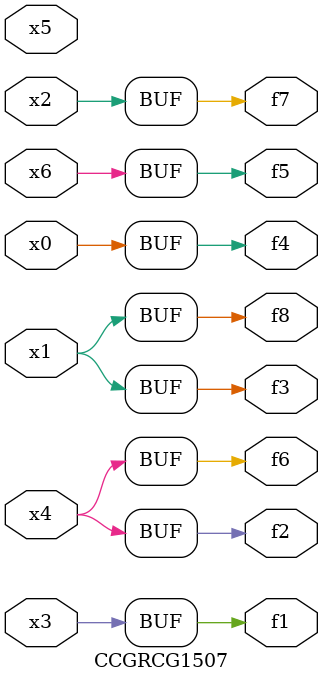
<source format=v>
module CCGRCG1507(
	input x0, x1, x2, x3, x4, x5, x6,
	output f1, f2, f3, f4, f5, f6, f7, f8
);
	assign f1 = x3;
	assign f2 = x4;
	assign f3 = x1;
	assign f4 = x0;
	assign f5 = x6;
	assign f6 = x4;
	assign f7 = x2;
	assign f8 = x1;
endmodule

</source>
